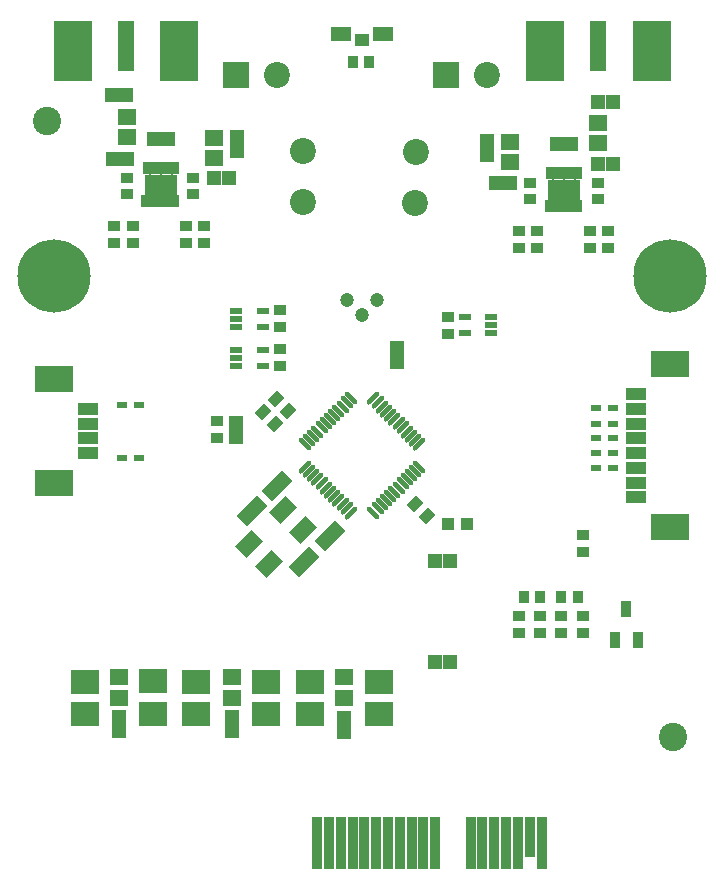
<source format=gts>
G04*
G04 #@! TF.GenerationSoftware,Altium Limited,Altium Designer,19.0.15 (446)*
G04*
G04 Layer_Color=8388736*
%FSLAX42Y42*%
%MOMM*%
G71*
G01*
G75*
%ADD14C,2.40*%
%ADD15R,0.85X1.40*%
%ADD16R,0.68X1.00*%
%ADD17R,0.55X1.00*%
%ADD18R,2.70X1.78*%
%ADD19R,1.20X1.20*%
%ADD20R,2.45X2.15*%
%ADD21R,1.20X1.20*%
%ADD22R,1.05X0.60*%
%ADD23R,1.80X1.00*%
%ADD24R,3.20X2.30*%
G04:AMPARAMS|DCode=25|XSize=0.45mm|YSize=1.4mm|CornerRadius=0mm|HoleSize=0mm|Usage=FLASHONLY|Rotation=135.000|XOffset=0mm|YOffset=0mm|HoleType=Round|Shape=Round|*
%AMOVALD25*
21,1,0.95,0.45,0.00,0.00,225.0*
1,1,0.45,0.34,0.34*
1,1,0.45,-0.34,-0.34*
%
%ADD25OVALD25*%

G04:AMPARAMS|DCode=26|XSize=0.45mm|YSize=1.4mm|CornerRadius=0mm|HoleSize=0mm|Usage=FLASHONLY|Rotation=45.000|XOffset=0mm|YOffset=0mm|HoleType=Round|Shape=Round|*
%AMOVALD26*
21,1,0.95,0.45,0.00,0.00,135.0*
1,1,0.45,0.34,-0.34*
1,1,0.45,-0.34,0.34*
%
%ADD26OVALD26*%

%ADD27R,1.00X1.00*%
G04:AMPARAMS|DCode=28|XSize=1.1mm|YSize=0.9mm|CornerRadius=0mm|HoleSize=0mm|Usage=FLASHONLY|Rotation=45.000|XOffset=0mm|YOffset=0mm|HoleType=Round|Shape=Rectangle|*
%AMROTATEDRECTD28*
4,1,4,-0.07,-0.71,-0.71,-0.07,0.07,0.71,0.71,0.07,-0.07,-0.71,0.0*
%
%ADD28ROTATEDRECTD28*%

%ADD29R,1.10X0.90*%
%ADD30P,1.70X4X180.0*%
%ADD31R,0.90X0.60*%
G04:AMPARAMS|DCode=32|XSize=2mm|YSize=1.4mm|CornerRadius=0mm|HoleSize=0mm|Usage=FLASHONLY|Rotation=45.000|XOffset=0mm|YOffset=0mm|HoleType=Round|Shape=Rectangle|*
%AMROTATEDRECTD32*
4,1,4,-0.21,-1.20,-1.20,-0.21,0.21,1.20,1.20,0.21,-0.21,-1.20,0.0*
%
%ADD32ROTATEDRECTD32*%

%ADD33R,1.62X1.39*%
%ADD34R,0.90X4.40*%
%ADD35R,0.90X3.40*%
%ADD36R,0.90X1.10*%
%ADD37R,1.70X1.20*%
%ADD38R,1.20X1.10*%
%ADD39R,3.20X5.20*%
%ADD40R,1.40X4.20*%
%ADD41C,2.20*%
%ADD42C,1.20*%
%ADD43R,2.20X2.20*%
%ADD44C,6.20*%
%ADD45C,0.80*%
%ADD46C,1.10*%
D14*
X3230Y8610D02*
D03*
X8535Y3400D02*
D03*
D15*
X8042Y4220D02*
D03*
X8232D02*
D03*
X8137Y4480D02*
D03*
D16*
X7479Y7889D02*
D03*
X4063Y7930D02*
D03*
D17*
X7535Y7889D02*
D03*
X7585D02*
D03*
X7635D02*
D03*
X7685D02*
D03*
X7735D02*
D03*
X7485Y8171D02*
D03*
X7535D02*
D03*
X7585D02*
D03*
X7635D02*
D03*
X7685D02*
D03*
X7735D02*
D03*
X4120Y7930D02*
D03*
X4170D02*
D03*
X4220D02*
D03*
X4270D02*
D03*
X4320D02*
D03*
X4070Y8213D02*
D03*
X4120D02*
D03*
X4170D02*
D03*
X4220D02*
D03*
X4270D02*
D03*
X4320D02*
D03*
D18*
X7610Y8030D02*
D03*
X4195Y8071D02*
D03*
D19*
X6197Y6570D02*
D03*
Y6690D02*
D03*
X4833Y5938D02*
D03*
Y6058D02*
D03*
X3840Y3565D02*
D03*
Y3445D02*
D03*
X5746Y3555D02*
D03*
Y3435D02*
D03*
X4796Y3565D02*
D03*
Y3445D02*
D03*
X4840Y8360D02*
D03*
Y8480D02*
D03*
X6961Y8320D02*
D03*
Y8440D02*
D03*
D20*
X4497Y3862D02*
D03*
Y3588D02*
D03*
X3550D02*
D03*
Y3862D02*
D03*
X4130Y3867D02*
D03*
Y3592D02*
D03*
X6039Y3862D02*
D03*
Y3588D02*
D03*
X5456Y3588D02*
D03*
Y3862D02*
D03*
X5083Y3865D02*
D03*
Y3590D02*
D03*
D21*
X6520Y4030D02*
D03*
X6640D02*
D03*
X6520Y4890D02*
D03*
X6640D02*
D03*
X7670Y8420D02*
D03*
X7550D02*
D03*
X3780Y8830D02*
D03*
X3900D02*
D03*
X3910Y8290D02*
D03*
X3790D02*
D03*
X4255Y8457D02*
D03*
X4135D02*
D03*
X4650Y8130D02*
D03*
X4770D02*
D03*
X8020Y8770D02*
D03*
X7900D02*
D03*
Y8250D02*
D03*
X8020D02*
D03*
X7150Y8090D02*
D03*
X7030D02*
D03*
D22*
X4833Y6670D02*
D03*
Y6605D02*
D03*
Y6540D02*
D03*
X5058D02*
D03*
Y6670D02*
D03*
Y7000D02*
D03*
Y6870D02*
D03*
X4833D02*
D03*
Y6935D02*
D03*
Y7000D02*
D03*
X6770Y6820D02*
D03*
Y6950D02*
D03*
X6995D02*
D03*
Y6885D02*
D03*
Y6820D02*
D03*
D23*
X8220Y6300D02*
D03*
Y5425D02*
D03*
Y5550D02*
D03*
Y5675D02*
D03*
Y5800D02*
D03*
Y5925D02*
D03*
Y6050D02*
D03*
Y6175D02*
D03*
X3580D02*
D03*
Y6050D02*
D03*
Y5925D02*
D03*
Y5800D02*
D03*
D24*
X8510Y6555D02*
D03*
Y5170D02*
D03*
X3290Y5545D02*
D03*
Y6430D02*
D03*
D25*
X5416Y5685D02*
D03*
X5451Y5649D02*
D03*
X5486Y5614D02*
D03*
X5522Y5578D02*
D03*
X5557Y5543D02*
D03*
X5592Y5508D02*
D03*
X5628Y5472D02*
D03*
X5663Y5437D02*
D03*
X5698Y5402D02*
D03*
X5734Y5366D02*
D03*
X5769Y5331D02*
D03*
X5805Y5296D02*
D03*
X6384Y5875D02*
D03*
X6349Y5911D02*
D03*
X6314Y5946D02*
D03*
X6278Y5982D02*
D03*
X6243Y6017D02*
D03*
X6208Y6052D02*
D03*
X6172Y6088D02*
D03*
X6137Y6123D02*
D03*
X6102Y6158D02*
D03*
X6066Y6194D02*
D03*
X6031Y6229D02*
D03*
X5995Y6264D02*
D03*
D26*
Y5296D02*
D03*
X6031Y5331D02*
D03*
X6066Y5366D02*
D03*
X6102Y5402D02*
D03*
X6137Y5437D02*
D03*
X6172Y5472D02*
D03*
X6208Y5508D02*
D03*
X6243Y5543D02*
D03*
X6278Y5578D02*
D03*
X6314Y5614D02*
D03*
X6349Y5649D02*
D03*
X6384Y5685D02*
D03*
X5805Y6264D02*
D03*
X5769Y6229D02*
D03*
X5734Y6194D02*
D03*
X5698Y6158D02*
D03*
X5663Y6123D02*
D03*
X5628Y6088D02*
D03*
X5592Y6052D02*
D03*
X5557Y6017D02*
D03*
X5522Y5982D02*
D03*
X5486Y5946D02*
D03*
X5451Y5911D02*
D03*
X5416Y5875D02*
D03*
D27*
X6790Y5200D02*
D03*
X6630D02*
D03*
D28*
X6351Y5366D02*
D03*
X6449Y5267D02*
D03*
X5061Y6147D02*
D03*
X5160Y6048D02*
D03*
X5170Y6254D02*
D03*
X5269Y6155D02*
D03*
D29*
X4673Y5928D02*
D03*
Y6068D02*
D03*
X6625Y6950D02*
D03*
Y6810D02*
D03*
X5208Y6870D02*
D03*
Y7010D02*
D03*
Y6540D02*
D03*
Y6680D02*
D03*
X7766Y4964D02*
D03*
Y5104D02*
D03*
X7230Y7540D02*
D03*
Y7680D02*
D03*
X7980Y7540D02*
D03*
Y7680D02*
D03*
X7226Y4280D02*
D03*
Y4420D02*
D03*
X7406Y4280D02*
D03*
Y4420D02*
D03*
X7586Y4280D02*
D03*
Y4420D02*
D03*
X7766Y4280D02*
D03*
Y4420D02*
D03*
X7320Y7950D02*
D03*
Y8090D02*
D03*
X3910Y7990D02*
D03*
Y8130D02*
D03*
X3800Y7580D02*
D03*
Y7720D02*
D03*
X7380Y7540D02*
D03*
Y7680D02*
D03*
X3960Y7580D02*
D03*
Y7720D02*
D03*
X7900Y7950D02*
D03*
Y8090D02*
D03*
X4470Y7990D02*
D03*
Y8130D02*
D03*
X4560Y7580D02*
D03*
Y7720D02*
D03*
X7830Y7540D02*
D03*
Y7680D02*
D03*
X4410Y7580D02*
D03*
Y7720D02*
D03*
D30*
X5012Y5352D02*
D03*
X4928Y5268D02*
D03*
X5225Y5565D02*
D03*
X5140Y5480D02*
D03*
X5368Y4838D02*
D03*
X5452Y4922D02*
D03*
X5670Y5140D02*
D03*
X5585Y5055D02*
D03*
D31*
X4010Y6210D02*
D03*
X3870D02*
D03*
X4010Y5756D02*
D03*
X3870D02*
D03*
X7880Y5670D02*
D03*
X8020D02*
D03*
X7880Y5800D02*
D03*
X8020D02*
D03*
X7880Y5925D02*
D03*
X8020D02*
D03*
X7880Y6050D02*
D03*
X8020D02*
D03*
X7880Y6180D02*
D03*
X8020D02*
D03*
D32*
X5113Y4864D02*
D03*
X5396Y5147D02*
D03*
X5227Y5316D02*
D03*
X4944Y5033D02*
D03*
D33*
X3840Y3901D02*
D03*
Y3729D02*
D03*
X5746Y3901D02*
D03*
Y3729D02*
D03*
X4796Y3901D02*
D03*
Y3729D02*
D03*
X3910Y8646D02*
D03*
Y8475D02*
D03*
X4650Y8467D02*
D03*
Y8296D02*
D03*
X7900Y8596D02*
D03*
Y8425D02*
D03*
X7151Y8436D02*
D03*
Y8264D02*
D03*
D34*
X6919Y2500D02*
D03*
X7119D02*
D03*
X7419D02*
D03*
X6319D02*
D03*
X7019D02*
D03*
X6119D02*
D03*
X7219D02*
D03*
X5919D02*
D03*
X5619D02*
D03*
X5519D02*
D03*
X5819D02*
D03*
X6019D02*
D03*
X6519D02*
D03*
X6419D02*
D03*
X6819D02*
D03*
X5719D02*
D03*
X6219D02*
D03*
D35*
X7319Y2550D02*
D03*
D36*
X7410Y4580D02*
D03*
X7270D02*
D03*
X7586D02*
D03*
X7726D02*
D03*
X5820Y9110D02*
D03*
X5960D02*
D03*
D37*
X5725Y9350D02*
D03*
X6075D02*
D03*
D38*
X5900Y9300D02*
D03*
D39*
X7450Y9200D02*
D03*
X8350D02*
D03*
X3450D02*
D03*
X4350D02*
D03*
D40*
X7900Y9250D02*
D03*
X3900D02*
D03*
D41*
X5402Y8356D02*
D03*
X6353Y8350D02*
D03*
X6349Y7917D02*
D03*
X5398Y7923D02*
D03*
X6960Y9000D02*
D03*
X5180D02*
D03*
D42*
X5772Y7097D02*
D03*
X5899Y6970D02*
D03*
X6026Y7097D02*
D03*
D43*
X6610Y9000D02*
D03*
X4830D02*
D03*
D44*
X8510Y7300D02*
D03*
X3290D02*
D03*
D45*
X7515Y8075D02*
D03*
X7610Y7985D02*
D03*
Y8075D02*
D03*
X7705Y7985D02*
D03*
Y8075D02*
D03*
X7518Y7985D02*
D03*
X4100Y8117D02*
D03*
X4195Y8026D02*
D03*
Y8117D02*
D03*
X4290Y8026D02*
D03*
Y8117D02*
D03*
X4103Y8026D02*
D03*
D46*
X8510Y7525D02*
D03*
X8735Y7300D02*
D03*
X8285D02*
D03*
X8510Y7075D02*
D03*
X8660Y7150D02*
D03*
X8360D02*
D03*
X8685Y7450D02*
D03*
X8360D02*
D03*
X3290Y7525D02*
D03*
X3515Y7300D02*
D03*
X3065D02*
D03*
X3290Y7075D02*
D03*
X3440Y7150D02*
D03*
X3140D02*
D03*
X3465Y7450D02*
D03*
X3140D02*
D03*
M02*

</source>
